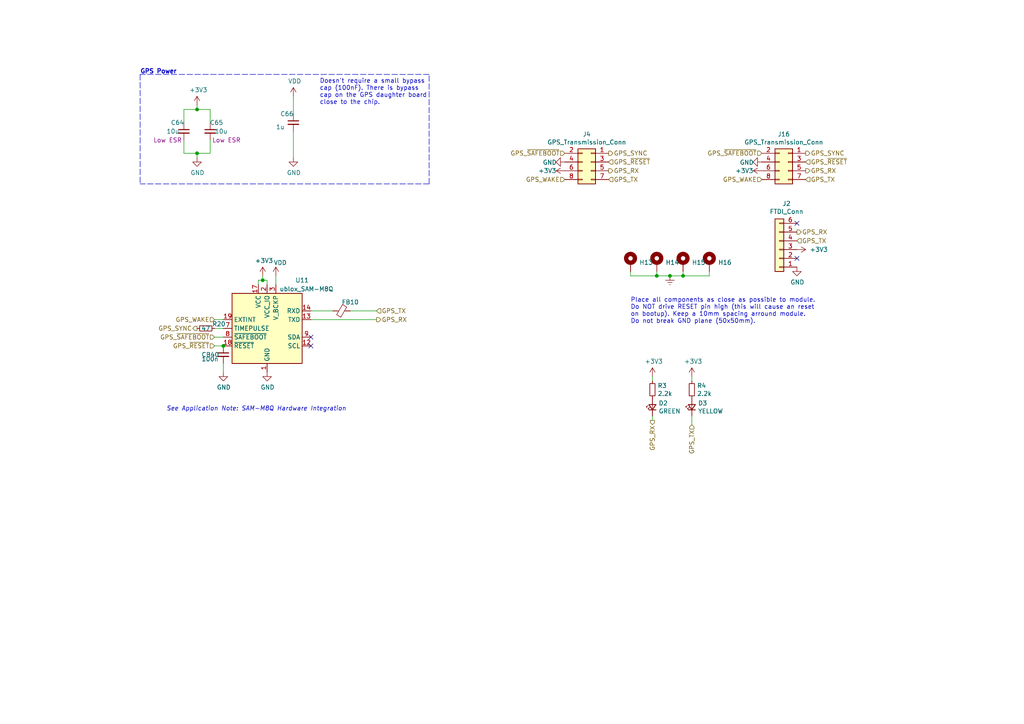
<source format=kicad_sch>
(kicad_sch (version 20211123) (generator eeschema)
  (paper "A4")
  (title_block (title "Kleinvoet") (date "2020-06-11") (rev "Rev. A") (company "Department of Electronic Engineering - Stellenbosch University") (comment 1 "Author: CM Geldenhuys <20198329@sun.ac.za>") (comment 2 "Project: Kleinvoet"))
  (lib_symbols
    (symbol "Connector_Generic:Conn_01x06" (pin_names (offset 1.016) hide)
      (property "Reference" "J" (at 0 7.62 0))
      (property "Value" "Conn_01x06" (at 0 -10.16 0))
      (symbol "Conn_01x06_1_1"
        (rectangle (start -1.27 -7.493) (end 0 -7.747) (stroke (width 0.1524)))
        (rectangle (start -1.27 -4.953) (end 0 -5.207) (stroke (width 0.1524)))
        (rectangle (start -1.27 -2.413) (end 0 -2.667) (stroke (width 0.1524)))
        (rectangle (start -1.27 0.127) (end 0 -0.127) (stroke (width 0.1524)))
        (rectangle (start -1.27 2.667) (end 0 2.413) (stroke (width 0.1524)))
        (rectangle (start -1.27 5.207) (end 0 4.953) (stroke (width 0.1524)))
        (rectangle (start -1.27 6.35) (end 1.27 -8.89) (stroke (width 0.254)) (fill (type background)))
        (pin passive line (at -5.08 5.08 0) (length 3.81) (name "Pin_1") (number "1"))
        (pin passive line (at -5.08 2.54 0) (length 3.81) (name "Pin_2") (number "2"))
        (pin passive line (at -5.08 0 0) (length 3.81) (name "Pin_3") (number "3"))
        (pin passive line (at -5.08 -2.54 0) (length 3.81) (name "Pin_4") (number "4"))
        (pin passive line (at -5.08 -5.08 0) (length 3.81) (name "Pin_5") (number "5"))
        (pin passive line (at -5.08 -7.62 0) (length 3.81) (name "Pin_6") (number "6"))
      )
    )
    (symbol "Connector_Generic:Conn_02x04_Odd_Even" (pin_names (offset 1.016) hide)
      (property "Reference" "J" (at 1.27 5.08 0))
      (property "Value" "Conn_02x04_Odd_Even" (at 1.27 -7.62 0))
      (symbol "Conn_02x04_Odd_Even_1_1"
        (rectangle (start -1.27 -4.953) (end 0 -5.207) (stroke (width 0.1524)))
        (rectangle (start -1.27 -2.413) (end 0 -2.667) (stroke (width 0.1524)))
        (rectangle (start -1.27 0.127) (end 0 -0.127) (stroke (width 0.1524)))
        (rectangle (start -1.27 2.667) (end 0 2.413) (stroke (width 0.1524)))
        (rectangle (start -1.27 3.81) (end 3.81 -6.35) (stroke (width 0.254)) (fill (type background)))
        (rectangle (start 3.81 -4.953) (end 2.54 -5.207) (stroke (width 0.1524)))
        (rectangle (start 3.81 -2.413) (end 2.54 -2.667) (stroke (width 0.1524)))
        (rectangle (start 3.81 0.127) (end 2.54 -0.127) (stroke (width 0.1524)))
        (rectangle (start 3.81 2.667) (end 2.54 2.413) (stroke (width 0.1524)))
        (pin passive line (at -5.08 2.54 0) (length 3.81) (name "Pin_1") (number "1"))
        (pin passive line (at 7.62 2.54 180) (length 3.81) (name "Pin_2") (number "2"))
        (pin passive line (at -5.08 0 0) (length 3.81) (name "Pin_3") (number "3"))
        (pin passive line (at 7.62 0 180) (length 3.81) (name "Pin_4") (number "4"))
        (pin passive line (at -5.08 -2.54 0) (length 3.81) (name "Pin_5") (number "5"))
        (pin passive line (at 7.62 -2.54 180) (length 3.81) (name "Pin_6") (number "6"))
        (pin passive line (at -5.08 -5.08 0) (length 3.81) (name "Pin_7") (number "7"))
        (pin passive line (at 7.62 -5.08 180) (length 3.81) (name "Pin_8") (number "8"))
      )
    )
    (symbol "Device:C_Small" (pin_numbers hide) (pin_names (offset 0.254) hide)
      (property "Reference" "C" (at 0.254 1.778 0))
      (property "Value" "C_Small" (at 0.254 -2.032 0))
      (symbol "C_Small_0_1"
        (polyline (pts (xy -1.524 -0.508) (xy 1.524 -0.508)) (stroke (width 0.3302)))
        (polyline (pts (xy -1.524 0.508) (xy 1.524 0.508)) (stroke (width 0.3048)))
      )
      (symbol "C_Small_1_1"
        (pin passive line (at 0 2.54 270) (length 2.032) (name "~") (number "1"))
        (pin passive line (at 0 -2.54 90) (length 2.032) (name "~") (number "2"))
      )
    )
    (symbol "Device:Ferrite_Bead_Small" (pin_numbers hide) (pin_names (offset 0))
      (property "Reference" "FB" (at 1.905 1.27 0))
      (property "Value" "Device_Ferrite_Bead_Small" (at 1.905 -1.27 0))
      (symbol "Ferrite_Bead_Small_0_1"
        (polyline (pts (xy 0 -1.27) (xy 0 -0.7874)))
        (polyline (pts (xy 0 0.889) (xy 0 1.2954)))
        (polyline (pts (xy -1.8288 0.2794) (xy -1.1176 1.4986) (xy 1.8288 -0.2032) (xy 1.1176 -1.4224) (xy -1.8288 0.2794)))
      )
      (symbol "Ferrite_Bead_Small_1_1"
        (pin passive line (at 0 2.54 270) (length 1.27) (name "~") (number "1"))
        (pin passive line (at 0 -2.54 90) (length 1.27) (name "~") (number "2"))
      )
    )
    (symbol "Device:LED_Small" (pin_numbers hide) (pin_names (offset 0.254) hide)
      (property "Reference" "D" (at -1.27 3.175 0))
      (property "Value" "LED_Small" (at -4.445 -2.54 0))
      (symbol "LED_Small_0_1"
        (polyline (pts (xy -0.762 -1.016) (xy -0.762 1.016)) (stroke (width 0.254)))
        (polyline (pts (xy 1.016 0) (xy -0.762 0)))
        (polyline (pts (xy 0.762 -1.016) (xy -0.762 0) (xy 0.762 1.016) (xy 0.762 -1.016)) (stroke (width 0.254)))
        (polyline (pts (xy 0 0.762) (xy -0.508 1.27) (xy -0.254 1.27) (xy -0.508 1.27) (xy -0.508 1.016)))
        (polyline (pts (xy 0.508 1.27) (xy 0 1.778) (xy 0.254 1.778) (xy 0 1.778) (xy 0 1.524)))
      )
      (symbol "LED_Small_1_1"
        (pin passive line (at -2.54 0 0) (length 1.778) (name "K") (number "1"))
        (pin passive line (at 2.54 0 180) (length 1.778) (name "A") (number "2"))
      )
    )
    (symbol "Device:R_Small" (pin_numbers hide) (pin_names (offset 0.254) hide)
      (property "Reference" "R" (at 0.762 0.508 0))
      (property "Value" "R_Small" (at 0.762 -1.016 0))
      (symbol "R_Small_0_1"
        (rectangle (start -0.762 1.778) (end 0.762 -1.778) (stroke (width 0.2032)))
      )
      (symbol "R_Small_1_1"
        (pin passive line (at 0 2.54 270) (length 0.762) (name "~") (number "1"))
        (pin passive line (at 0 -2.54 90) (length 0.762) (name "~") (number "2"))
      )
    )
    (symbol "Mechanical:MountingHole_Pad" (pin_numbers hide) (pin_names (offset 1.016) hide)
      (property "Reference" "H" (at 0 6.35 0))
      (property "Value" "MountingHole_Pad" (at 0 4.445 0))
      (symbol "MountingHole_Pad_0_1"
        (circle (center 0 1.27) (radius 1.27) (stroke (width 1.27)))
      )
      (symbol "MountingHole_Pad_1_1"
        (pin input line (at 0 -2.54 90) (length 2.54) (name "1") (number "1"))
      )
    )
    (symbol "RF_GPS:ublox_SAM-M8Q"
      (property "Reference" "U" (at -8.89 11.43 0))
      (property "Value" "RF_GPS_ublox_SAM-M8Q" (at 11.43 11.43 0))
      (symbol "ublox_SAM-M8Q_0_1"
        (rectangle (start -10.16 10.16) (end 10.16 -10.16) (stroke (width 0.254)) (fill (type background)))
      )
      (symbol "ublox_SAM-M8Q_1_1"
        (pin power_in line (at 0 -12.7 90) (length 2.54) (name "GND") (number "1"))
        (pin passive line (at 0 -12.7 90) (length 2.54) hide (name "GND") (number "10"))
        (pin passive line (at 0 -12.7 90) (length 2.54) hide (name "GND") (number "11"))
        (pin input line (at 12.7 -5.08 180) (length 2.54) (name "SCL") (number "12"))
        (pin output line (at 12.7 2.54 180) (length 2.54) (name "TXD") (number "13"))
        (pin input line (at 12.7 5.08 180) (length 2.54) (name "RXD") (number "14"))
        (pin passive line (at 0 -12.7 90) (length 2.54) hide (name "GND") (number "15"))
        (pin passive line (at 0 -12.7 90) (length 2.54) hide (name "GND") (number "16"))
        (pin power_in line (at -2.54 12.7 270) (length 2.54) (name "VCC") (number "17"))
        (pin input line (at -12.7 -5.08 0) (length 2.54) (name "~{RESET}") (number "18"))
        (pin input line (at -12.7 2.54 0) (length 2.54) (name "EXTINT") (number "19"))
        (pin power_in line (at 0 12.7 270) (length 2.54) (name "VCC_IO") (number "2"))
        (pin passive line (at 0 -12.7 90) (length 2.54) hide (name "GND") (number "20"))
        (pin power_in line (at 2.54 12.7 270) (length 2.54) (name "V_BCKP") (number "3"))
        (pin passive line (at 0 -12.7 90) (length 2.54) hide (name "GND") (number "4"))
        (pin passive line (at 0 -12.7 90) (length 2.54) hide (name "GND") (number "5"))
        (pin passive line (at 0 -12.7 90) (length 2.54) hide (name "GND") (number "6"))
        (pin output line (at -12.7 0 0) (length 2.54) (name "TIMEPULSE") (number "7"))
        (pin input line (at -12.7 -2.54 0) (length 2.54) (name "~{SAFEBOOT}") (number "8"))
        (pin bidirectional line (at 12.7 -2.54 180) (length 2.54) (name "SDA") (number "9"))
      )
    )
    (symbol "power:+3V3" (power) (pin_names (offset 0))
      (property "Value" "+3V3" (at 0 3.556 0))
      (symbol "+3V3_0_1"
        (polyline (pts (xy -0.762 1.27) (xy 0 2.54)))
        (polyline (pts (xy 0 0) (xy 0 2.54)))
        (polyline (pts (xy 0 2.54) (xy 0.762 1.27)))
      )
      (symbol "+3V3_1_1"
        (pin power_in line (at 0 0 90) (length 0) hide (name "+3V3") (number "1"))
      )
    )
    (symbol "power:Earth" (power) (pin_names (offset 0))
      (symbol "Earth_0_1"
        (polyline (pts (xy -0.635 -1.905) (xy 0.635 -1.905)))
        (polyline (pts (xy -0.127 -2.54) (xy 0.127 -2.54)))
        (polyline (pts (xy 0 -1.27) (xy 0 0)))
        (polyline (pts (xy 1.27 -1.27) (xy -1.27 -1.27)))
      )
      (symbol "Earth_1_1"
        (pin power_in line (at 0 0 270) (length 0) hide (name "Earth") (number "1"))
      )
    )
    (symbol "power:GND" (power) (pin_names (offset 0))
      (property "Value" "GND" (at 0 -3.81 0))
      (symbol "GND_0_1"
        (polyline (pts (xy 0 0) (xy 0 -1.27) (xy 1.27 -1.27) (xy 0 -2.54) (xy -1.27 -1.27) (xy 0 -1.27)))
      )
      (symbol "GND_1_1"
        (pin power_in line (at 0 0 270) (length 0) hide (name "GND") (number "1"))
      )
    )
    (symbol "power:VDD" (power) (pin_names (offset 0))
      (property "Value" "VDD" (at 0 3.81 0))
      (symbol "VDD_0_1"
        (polyline (pts (xy -0.762 1.27) (xy 0 2.54)))
        (polyline (pts (xy 0 0) (xy 0 2.54)))
        (polyline (pts (xy 0 2.54) (xy 0.762 1.27)))
      )
      (symbol "VDD_1_1"
        (pin power_in line (at 0 0 90) (length 0) hide (name "VDD") (number "1"))
      )
    )
  )
  (junction (at 57.15 44.45))
  (junction (at 198.12 80.01))
  (junction (at 190.5 80.01))
  (junction (at 57.15 31.75))
  (junction (at 194.31 80.01))
  (junction (at 76.2 81.28))
  (junction (at 64.77 100.33))
  (no_connect (at 231.14 74.93))
  (no_connect (at 90.17 100.33))
  (no_connect (at 90.17 97.79))
  (no_connect (at 231.14 64.77))
  (wire (pts (xy 90.17 92.71) (xy 109.22 92.71)))
  (wire (pts (xy 53.34 40.64) (xy 53.34 44.45)))
  (wire (pts (xy 200.66 110.49) (xy 200.66 109.22)))
  (wire (pts (xy 62.23 97.79) (xy 64.77 97.79)))
  (wire (pts (xy 76.2 81.28) (xy 77.47 81.28)))
  (wire (pts (xy 190.5 80.01) (xy 190.5 78.74)))
  (polyline (pts (xy 124.46 53.34) (xy 40.64 53.34)))
  (wire (pts (xy 90.17 90.17) (xy 96.52 90.17)))
  (wire (pts (xy 74.93 81.28) (xy 74.93 82.55)))
  (wire (pts (xy 190.5 80.01) (xy 194.31 80.01)))
  (wire (pts (xy 85.09 27.94) (xy 85.09 33.02)))
  (wire (pts (xy 60.96 44.45) (xy 57.15 44.45)))
  (wire (pts (xy 64.77 107.95) (xy 64.77 105.41)))
  (wire (pts (xy 182.88 80.01) (xy 182.88 78.74)))
  (wire (pts (xy 189.23 121.92) (xy 189.23 120.65)))
  (wire (pts (xy 101.6 90.17) (xy 109.22 90.17)))
  (wire (pts (xy 53.34 31.75) (xy 53.34 35.56)))
  (polyline (pts (xy 124.46 21.59) (xy 40.64 21.59)))
  (wire (pts (xy 200.66 123.19) (xy 200.66 120.65)))
  (wire (pts (xy 76.2 81.28) (xy 74.93 81.28)))
  (wire (pts (xy 57.15 45.72) (xy 57.15 44.45)))
  (wire (pts (xy 53.34 31.75) (xy 57.15 31.75)))
  (wire (pts (xy 198.12 80.01) (xy 198.12 78.74)))
  (polyline (pts (xy 40.64 21.59) (xy 40.64 53.34)))
  (polyline (pts (xy 124.46 53.34) (xy 124.46 21.59)))
  (wire (pts (xy 60.96 31.75) (xy 60.96 35.56)))
  (wire (pts (xy 205.74 80.01) (xy 205.74 78.74)))
  (wire (pts (xy 62.23 100.33) (xy 64.77 100.33)))
  (wire (pts (xy 62.23 92.71) (xy 64.77 92.71)))
  (wire (pts (xy 62.23 95.25) (xy 64.77 95.25)))
  (wire (pts (xy 57.15 30.48) (xy 57.15 31.75)))
  (wire (pts (xy 77.47 81.28) (xy 77.47 82.55)))
  (wire (pts (xy 190.5 80.01) (xy 182.88 80.01)))
  (wire (pts (xy 80.01 80.01) (xy 80.01 82.55)))
  (wire (pts (xy 76.2 80.01) (xy 76.2 81.28)))
  (wire (pts (xy 85.09 38.1) (xy 85.09 45.72)))
  (wire (pts (xy 194.31 80.01) (xy 198.12 80.01)))
  (wire (pts (xy 57.15 44.45) (xy 53.34 44.45)))
  (wire (pts (xy 57.15 31.75) (xy 60.96 31.75)))
  (wire (pts (xy 189.23 110.49) (xy 189.23 109.22)))
  (wire (pts (xy 60.96 40.64) (xy 60.96 44.45)))
  (wire (pts (xy 198.12 80.01) (xy 205.74 80.01)))
  (text "See Application Note: SAM-M8Q Hardware Integration" (at 48.26 119.38 0) (effects (font (size 1.27 1.27) italic) (justify left bottom)))
  (text "Place all components as close as possible to module. \nDo NOT drive RESET pin high (this will cause an reset \non bootup). Keep a 10mm spacing arround module. \nDo not break GND plane (50x50mm)." (at 182.88 93.98 0) (effects (font (size 1.27 1.27)) (justify left bottom)))
  (text "GPS Power" (at 40.64 21.59 0) (effects (font (size 1.27 1.27) (thickness 0.254) bold) (justify left bottom)))
  (text "Doesn't require a small bypass \ncap (100nF). There is bypass \ncap on the GPS daughter board \nclose to the chip." (at 92.71 30.48 0) (effects (font (size 1.27 1.27)) (justify left bottom)))
  (hierarchical_label "GPS_~{SAFEBOOT}" (shape input) (at 62.23 97.79 180))
  (hierarchical_label "GPS_TX" (shape input) (at 200.66 123.19 270))
  (hierarchical_label "GPS_~{SAFEBOOT}" (shape input) (at 163.83 44.45 180))
  (hierarchical_label "GPS_RX" (shape output) (at 176.53 49.53 0))
  (hierarchical_label "GPS_RX" (shape output) (at 189.23 121.92 270))
  (hierarchical_label "GPS_TX" (shape input) (at 233.68 52.07 0))
  (hierarchical_label "GPS_SYNC" (shape output) (at 57.15 95.25 180))
  (hierarchical_label "GPS_TX" (shape input) (at 231.14 69.85 0))
  (hierarchical_label "GPS_TX" (shape input) (at 109.22 90.17 0))
  (hierarchical_label "GPS_~{RESET}" (shape input) (at 233.68 46.99 0))
  (hierarchical_label "GPS_SYNC" (shape output) (at 233.68 44.45 0))
  (hierarchical_label "GPS_RX" (shape output) (at 233.68 49.53 0))
  (hierarchical_label "GPS_RX" (shape output) (at 231.14 67.31 0))
  (hierarchical_label "GPS_~{SAFEBOOT}" (shape input) (at 220.98 44.45 180))
  (hierarchical_label "GPS_~{RESET}" (shape input) (at 62.23 100.33 180))
  (hierarchical_label "GPS_WAKE" (shape input) (at 220.98 52.07 180))
  (hierarchical_label "GPS_TX" (shape input) (at 176.53 52.07 0))
  (hierarchical_label "GPS_WAKE" (shape input) (at 163.83 52.07 180))
  (hierarchical_label "GPS_SYNC" (shape output) (at 176.53 44.45 0))
  (hierarchical_label "GPS_~{RESET}" (shape input) (at 176.53 46.99 0))
  (hierarchical_label "GPS_RX" (shape output) (at 109.22 92.71 0))
  (hierarchical_label "GPS_WAKE" (shape input) (at 62.23 92.71 180))
  (symbol (lib_id "RF_GPS:ublox_SAM-M8Q") (at 77.47 95.25 0)
    (property "Reference" "U11" (at 87.63 81.28 0))
    (property "Value" "ublox_SAM-M8Q" (at 88.9 83.82 0))
    (property "Footprint" "grootvoet:ublox_SAM-M8Q_HandSolder" (effects hide))
    (property "Datasheet" "https://www.u-blox.com/sites/default/files/SAM-M8Q_DataSheet_%28UBX-16012619%29.pdf" (effects hide))
    (property "MPN" "SAM-M8Q" (effects hide))
    (property "Mfr." "U-BLOX" (effects hide))
  )
  (symbol (lib_id "power:GND") (at 57.15 45.72 0)
    (property "Reference" "#PWR0134" (effects hide))
    (property "Value" "GND" (at 57.277 50.1142 0))
  )
  (symbol (lib_id "power:GND") (at 85.09 45.72 0)
    (property "Reference" "#PWR0138" (effects hide))
    (property "Value" "GND" (at 85.217 50.1142 0))
  )
  (symbol (lib_id "power:GND") (at 77.47 107.95 0)
    (property "Reference" "#PWR0135" (effects hide))
    (property "Value" "GND" (at 77.597 112.3442 0))
  )
  (symbol (lib_id "power:GND") (at 220.98 46.99 270)
    (property "Reference" "#PWR0141" (effects hide))
    (property "Value" "GND" (at 216.5858 47.117 90))
  )
  (symbol (lib_id "Device:C_Small") (at 85.09 35.56 0)
    (property "Reference" "C66" (at 81.28 33.02 0) (effects (justify left)))
    (property "Value" "1u" (at 80.01 36.83 0) (effects (justify left)))
    (property "Footprint" "Capacitor_SMD:C_0603_1608Metric_Pad1.08x0.95mm_HandSolder" (effects hide))
    (property "MPN" "C0603C105K8RACTU" (effects hide))
    (property "Mfr." "KEMET" (effects hide))
  )
  (symbol (lib_id "Device:C_Small") (at 53.34 38.1 0)
    (property "Reference" "C64" (at 49.53 35.56 0) (effects (justify left)))
    (property "Value" "10u" (at 48.26 38.1 0) (effects (justify left)))
    (property "Footprint" "Capacitor_SMD:C_0805_2012Metric_Pad1.18x1.45mm_HandSolder" (effects hide))
    (property "Notes" "Low ESR" (at 44.45 40.64 0) (effects (justify left)))
    (property "MPN" "C0805C106K9PACTU" (effects hide))
    (property "Mfr." "KEMET" (effects hide))
  )
  (symbol (lib_id "power:VDD") (at 85.09 27.94 0)
    (property "Reference" "#PWR0137" (effects hide))
    (property "Value" "VDD" (at 85.471 23.5458 0))
  )
  (symbol (lib_id "power:VDD") (at 80.01 80.01 0)
    (property "Reference" "#PWR0136" (effects hide))
    (property "Value" "VDD" (at 81.28 76.2 0))
  )
  (symbol (lib_id "Device:Ferrite_Bead_Small") (at 99.06 90.17 270)
    (property "Reference" "FB10" (at 101.6 87.63 90))
    (property "Value" "BLM15HD102SN1" (effects hide))
    (property "Footprint" "Inductor_SMD:L_0402_1005Metric" (effects hide))
    (property "MPN" "BLM15HD102SN1D" (effects hide))
    (property "Mfr." "Murata Electronics" (effects hide))
  )
  (symbol (lib_id "power:+3V3") (at 76.2 80.01 0) (unit 1)
    (property "Reference" "#PWR0139" (effects hide))
    (property "Value" "+3V3" (at 76.581 75.6158 0))
  )
  (symbol (lib_id "Mechanical:MountingHole_Pad") (at 205.74 76.2 0)
    (property "Reference" "H16" (at 208.28 76.1238 0) (effects (justify left)))
    (property "Value" "MountingHole_Pad" (effects hide))
    (property "Footprint" "MountingHole:MountingHole_3.2mm_M3_Pad_Via" (effects hide))
  )
  (symbol (lib_id "Mechanical:MountingHole_Pad") (at 198.12 76.2 0)
    (property "Reference" "H15" (at 200.66 76.1238 0) (effects (justify left)))
    (property "Value" "MountingHole_Pad" (effects hide))
    (property "Footprint" "MountingHole:MountingHole_3.2mm_M3_Pad_Via" (effects hide))
  )
  (symbol (lib_id "Mechanical:MountingHole_Pad") (at 190.5 76.2 0)
    (property "Reference" "H14" (at 193.04 76.1238 0) (effects (justify left)))
    (property "Value" "MountingHole_Pad" (effects hide))
    (property "Footprint" "MountingHole:MountingHole_3.2mm_M3_Pad_Via" (effects hide))
  )
  (symbol (lib_id "Mechanical:MountingHole_Pad") (at 182.88 76.2 0)
    (property "Reference" "H13" (at 185.42 76.1238 0) (effects (justify left)))
    (property "Value" "MountingHole_Pad" (effects hide))
    (property "Footprint" "MountingHole:MountingHole_3.2mm_M3_Pad_Via" (effects hide))
  )
  (symbol (lib_id "Device:C_Small") (at 60.96 38.1 0) (mirror y)
    (property "Reference" "C65" (at 64.77 35.56 0) (effects (justify left)))
    (property "Value" "10u" (at 66.04 38.1 0) (effects (justify left)))
    (property "Footprint" "Capacitor_SMD:C_0805_2012Metric_Pad1.18x1.45mm_HandSolder" (effects hide))
    (property "Notes" "Low ESR" (at 69.85 40.64 0) (effects (justify left)))
    (property "MPN" "C0805C106K9PACTU" (effects hide))
    (property "Mfr." "KEMET" (effects hide))
  )
  (symbol (lib_id "power:Earth") (at 194.31 80.01 0) (unit 1)
    (property "Reference" "#PWR0155" (effects hide))
    (property "Value" "Earth" (effects hide))
  )
  (symbol (lib_id "power:+3V3") (at 57.15 30.48 0) (unit 1)
    (property "Reference" "#PWR0142" (effects hide))
    (property "Value" "+3V3" (at 57.531 26.0858 0))
  )
  (symbol (lib_id "power:+3V3") (at 220.98 49.53 90) (unit 1)
    (property "Reference" "#PWR0143" (effects hide))
    (property "Value" "+3V3" (at 215.9 49.53 90))
  )
  (symbol (lib_id "Device:R_Small") (at 189.23 113.03 0)
    (property "Reference" "R3" (at 190.7286 111.8616 0) (effects (justify left)))
    (property "Value" "2.2k" (at 190.7286 114.173 0) (effects (justify left)))
    (property "Footprint" "Resistor_SMD:R_0603_1608Metric_Pad0.98x0.95mm_HandSolder" (effects hide))
    (property "Mfr." "Yageo" (effects hide))
    (property "MPN" "RC0603FR-072K2L" (effects hide))
  )
  (symbol (lib_id "Device:LED_Small") (at 189.23 118.11 90)
    (property "Reference" "D2" (at 191.008 116.9416 90) (effects (justify right)))
    (property "Value" "GREEN" (at 191.008 119.253 90) (effects (justify right)))
    (property "Footprint" "LED_SMD:LED_0603_1608Metric_Pad1.05x0.95mm_HandSolder" (effects hide))
    (property "Mfr." "ROHM Semiconductor" (effects hide))
    (property "MPN" "SMLD12EN1WT86" (effects hide))
  )
  (symbol (lib_id "Device:R_Small") (at 200.66 113.03 0)
    (property "Reference" "R4" (at 202.1586 111.8616 0) (effects (justify left)))
    (property "Value" "2.2k" (at 202.1586 114.173 0) (effects (justify left)))
    (property "Footprint" "Resistor_SMD:R_0603_1608Metric_Pad0.98x0.95mm_HandSolder" (effects hide))
    (property "MPN" "RC0603FR-072K2L" (effects hide))
    (property "Mfr." "Yageo" (effects hide))
  )
  (symbol (lib_id "Device:LED_Small") (at 200.66 118.11 90)
    (property "Reference" "D3" (at 202.438 116.9416 90) (effects (justify right)))
    (property "Value" "YELLOW" (at 202.438 119.253 90) (effects (justify right)))
    (property "Footprint" "LED_SMD:LED_0603_1608Metric_Pad1.05x0.95mm_HandSolder" (effects hide))
    (property "Mfr." "ROHM Semiconductor" (effects hide))
    (property "MPN" "SML-D12Y8WT86C" (effects hide))
  )
  (symbol (lib_id "power:+3V3") (at 189.23 109.22 0)
    (property "Reference" "#PWR0156" (effects hide))
    (property "Value" "+3V3" (at 189.611 104.8258 0))
  )
  (symbol (lib_id "power:+3V3") (at 200.66 109.22 0)
    (property "Reference" "#PWR0157" (effects hide))
    (property "Value" "+3V3" (at 201.041 104.8258 0))
  )
  (symbol (lib_id "Connector_Generic:Conn_02x04_Odd_Even") (at 228.6 46.99 0) (mirror y) (unit 1)
    (property "Reference" "J16" (at 227.33 38.9382 0))
    (property "Value" "GPS_Transmission_Conn" (at 227.33 41.2496 0))
    (property "Footprint" "Connector_PinHeader_1.27mm:PinHeader_2x04_P1.27mm_Vertical" (effects hide))
    (property "Mfr." "Samtec" (effects hide))
    (property "MPN" "FTSH-104-01-F-D" (effects hide))
  )
  (symbol (lib_id "Connector_Generic:Conn_01x06") (at 226.06 72.39 180) (unit 1)
    (property "Reference" "J2" (at 228.1428 59.055 0))
    (property "Value" "FTDI_Conn" (at 228.1428 61.3664 0))
    (property "Footprint" "Connector_PinHeader_2.54mm:PinHeader_1x06_P2.54mm_Vertical" (effects hide))
  )
  (symbol (lib_id "power:GND") (at 231.14 77.47 0) (unit 1)
    (property "Reference" "#PWR0153" (effects hide))
    (property "Value" "GND" (at 231.267 81.8642 0))
  )
  (symbol (lib_id "power:+3V3") (at 231.14 72.39 270) (unit 1)
    (property "Reference" "#PWR0154" (effects hide))
    (property "Value" "+3V3" (at 237.49 72.39 90))
  )
  (symbol (lib_id "Device:C_Small") (at 64.77 102.87 0)
    (property "Reference" "CB40" (at 58.42 102.87 0) (effects (justify left)))
    (property "Value" "100n" (at 58.42 104.14 0) (effects (justify left)))
    (property "Footprint" "Capacitor_SMD:C_0603_1608Metric_Pad1.08x0.95mm_HandSolder" (effects hide))
    (property "MPN" "C0603C104M5RACTU" (effects hide))
    (property "Mfr." "KEMET" (effects hide))
  )
  (symbol (lib_id "power:GND") (at 64.77 107.95 0)
    (property "Reference" "#PWR0149" (effects hide))
    (property "Value" "GND" (at 64.897 112.3442 0))
  )
  (symbol (lib_id "Device:R_Small") (at 59.69 95.25 270) (unit 1)
    (property "Reference" "R20" (at 63.5 93.98 90))
    (property "Value" "47" (at 59.69 95.25 90))
    (property "Footprint" "Resistor_SMD:R_0603_1608Metric_Pad0.98x0.95mm_HandSolder" (effects hide))
    (property "MPN" "ERJ-3EKF47R0V" (effects hide))
    (property "Mfr." "Panasonic" (effects hide))
  )
  (symbol (lib_id "power:+3V3") (at 163.83 49.53 90) (unit 1)
    (property "Reference" "#PWR073" (effects hide))
    (property "Value" "+3V3" (at 158.75 49.53 90))
  )
  (symbol (lib_id "Connector_Generic:Conn_02x04_Odd_Even") (at 171.45 46.99 0) (mirror y) (unit 1)
    (property "Reference" "J4" (at 170.18 38.9382 0))
    (property "Value" "GPS_Transmission_Conn" (at 170.18 41.2496 0))
    (property "Footprint" "Connector_PinHeader_1.27mm:PinHeader_2x04_P1.27mm_Vertical" (effects hide))
    (property "MPN" "FTSH-104-01-F-D" (effects hide))
    (property "Mfr." "Samtec" (effects hide))
  )
  (symbol (lib_id "power:GND") (at 163.83 46.99 270)
    (property "Reference" "#PWR071" (effects hide))
    (property "Value" "GND" (at 159.4358 47.117 90))
  )
)
</source>
